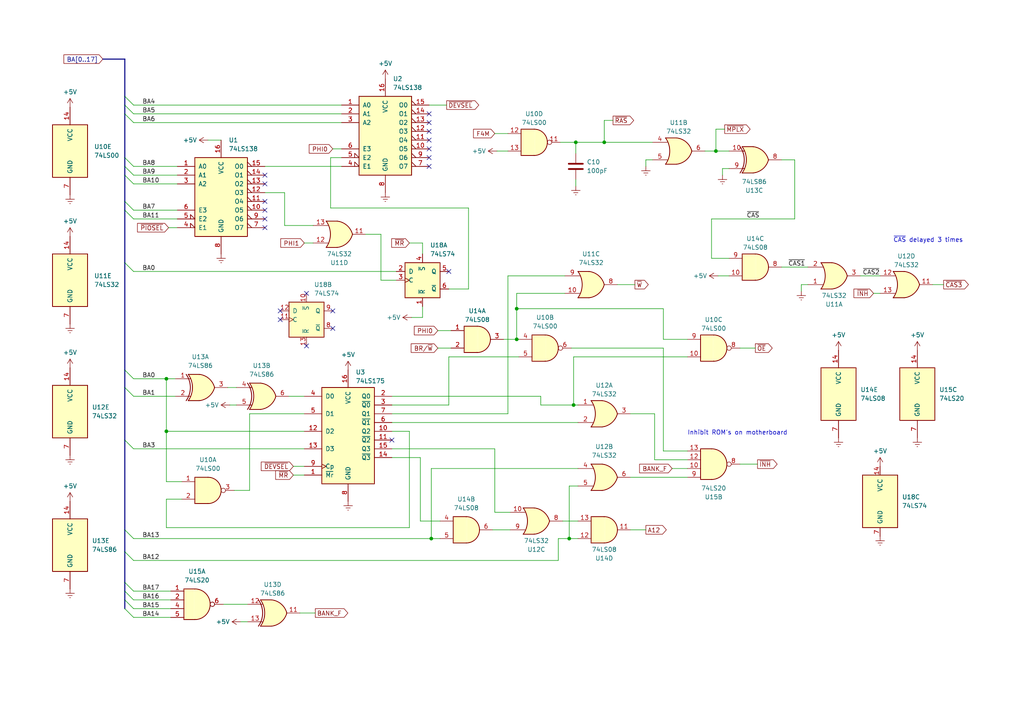
<source format=kicad_sch>
(kicad_sch (version 20230121) (generator eeschema)
  (paper "A4")
  (title_block (title "Dick Smith Cat Emulator Catridge") (comment 1 "Schematic Redrawn by Rhys Weatherley") (comment 3 "Address Decoding Logic"))
  (lib_symbols
    (symbol "74xx:74LS00" (pin_names (offset 1.016))
      (property "Reference" "U" (at 0 1.27 0))
      (property "Value" "74LS00" (at 0 -1.27 0))
      (symbol "74LS00_1_1"
        (pin input line (at -7.62 2.54 0) (length 3.81) (name "~") (number "1"))
        (pin input line (at -7.62 -2.54 0) (length 3.81) (name "~") (number "2"))
        (pin output inverted (at 7.62 0 180) (length 3.81) (name "~") (number "3"))
      )
      (symbol "74LS00_1_2"
        (pin input inverted (at -7.62 2.54 0) (length 4.318) (name "~") (number "1"))
        (pin input inverted (at -7.62 -2.54 0) (length 4.318) (name "~") (number "2"))
        (pin output line (at 7.62 0 180) (length 3.81) (name "~") (number "3"))
      )
      (symbol "74LS00_2_1"
        (pin input line (at -7.62 2.54 0) (length 3.81) (name "~") (number "4"))
        (pin input line (at -7.62 -2.54 0) (length 3.81) (name "~") (number "5"))
        (pin output inverted (at 7.62 0 180) (length 3.81) (name "~") (number "6"))
      )
      (symbol "74LS00_2_2"
        (pin input inverted (at -7.62 2.54 0) (length 4.318) (name "~") (number "4"))
        (pin input inverted (at -7.62 -2.54 0) (length 4.318) (name "~") (number "5"))
        (pin output line (at 7.62 0 180) (length 3.81) (name "~") (number "6"))
      )
      (symbol "74LS00_3_1"
        (pin input line (at -7.62 -2.54 0) (length 3.81) (name "~") (number "10"))
        (pin output inverted (at 7.62 0 180) (length 3.81) (name "~") (number "8"))
        (pin input line (at -7.62 2.54 0) (length 3.81) (name "~") (number "9"))
      )
      (symbol "74LS00_3_2"
        (pin input inverted (at -7.62 -2.54 0) (length 4.318) (name "~") (number "10"))
        (pin output line (at 7.62 0 180) (length 3.81) (name "~") (number "8"))
        (pin input inverted (at -7.62 2.54 0) (length 4.318) (name "~") (number "9"))
      )
      (symbol "74LS00_4_1"
        (pin output inverted (at 7.62 0 180) (length 3.81) (name "~") (number "11"))
        (pin input line (at -7.62 2.54 0) (length 3.81) (name "~") (number "12"))
        (pin input line (at -7.62 -2.54 0) (length 3.81) (name "~") (number "13"))
      )
      (symbol "74LS00_4_2"
        (pin output line (at 7.62 0 180) (length 3.81) (name "~") (number "11"))
        (pin input inverted (at -7.62 2.54 0) (length 4.318) (name "~") (number "12"))
        (pin input inverted (at -7.62 -2.54 0) (length 4.318) (name "~") (number "13"))
      )
      (symbol "74LS00_5_0"
        (pin power_in line (at 0 12.7 270) (length 5.08) (name "VCC") (number "14"))
        (pin power_in line (at 0 -12.7 90) (length 5.08) (name "GND") (number "7"))
      )
    )
    (symbol "74xx:74LS08" (pin_names (offset 1.016))
      (property "Reference" "U" (at 0 1.27 0))
      (property "Value" "74LS08" (at 0 -1.27 0))
      (symbol "74LS08_1_1"
        (pin input line (at -7.62 2.54 0) (length 3.81) (name "~") (number "1"))
        (pin input line (at -7.62 -2.54 0) (length 3.81) (name "~") (number "2"))
        (pin output line (at 7.62 0 180) (length 3.81) (name "~") (number "3"))
      )
      (symbol "74LS08_1_2"
        (pin input inverted (at -7.62 2.54 0) (length 4.318) (name "~") (number "1"))
        (pin input inverted (at -7.62 -2.54 0) (length 4.318) (name "~") (number "2"))
        (pin output inverted (at 7.62 0 180) (length 3.81) (name "~") (number "3"))
      )
      (symbol "74LS08_2_1"
        (pin input line (at -7.62 2.54 0) (length 3.81) (name "~") (number "4"))
        (pin input line (at -7.62 -2.54 0) (length 3.81) (name "~") (number "5"))
        (pin output line (at 7.62 0 180) (length 3.81) (name "~") (number "6"))
      )
      (symbol "74LS08_2_2"
        (pin input inverted (at -7.62 2.54 0) (length 4.318) (name "~") (number "4"))
        (pin input inverted (at -7.62 -2.54 0) (length 4.318) (name "~") (number "5"))
        (pin output inverted (at 7.62 0 180) (length 3.81) (name "~") (number "6"))
      )
      (symbol "74LS08_3_1"
        (pin input line (at -7.62 -2.54 0) (length 3.81) (name "~") (number "10"))
        (pin output line (at 7.62 0 180) (length 3.81) (name "~") (number "8"))
        (pin input line (at -7.62 2.54 0) (length 3.81) (name "~") (number "9"))
      )
      (symbol "74LS08_3_2"
        (pin input inverted (at -7.62 -2.54 0) (length 4.318) (name "~") (number "10"))
        (pin output inverted (at 7.62 0 180) (length 3.81) (name "~") (number "8"))
        (pin input inverted (at -7.62 2.54 0) (length 4.318) (name "~") (number "9"))
      )
      (symbol "74LS08_4_1"
        (pin output line (at 7.62 0 180) (length 3.81) (name "~") (number "11"))
        (pin input line (at -7.62 2.54 0) (length 3.81) (name "~") (number "12"))
        (pin input line (at -7.62 -2.54 0) (length 3.81) (name "~") (number "13"))
      )
      (symbol "74LS08_4_2"
        (pin output inverted (at 7.62 0 180) (length 3.81) (name "~") (number "11"))
        (pin input inverted (at -7.62 2.54 0) (length 4.318) (name "~") (number "12"))
        (pin input inverted (at -7.62 -2.54 0) (length 4.318) (name "~") (number "13"))
      )
      (symbol "74LS08_5_0"
        (pin power_in line (at 0 12.7 270) (length 5.08) (name "VCC") (number "14"))
        (pin power_in line (at 0 -12.7 90) (length 5.08) (name "GND") (number "7"))
      )
    )
    (symbol "74xx:74LS138" (pin_names (offset 1.016))
      (property "Reference" "U" (at -7.62 11.43 0))
      (property "Value" "74LS138" (at -7.62 -13.97 0))
      (symbol "74LS138_1_0"
        (pin input line (at -12.7 7.62 0) (length 5.08) (name "A0") (number "1"))
        (pin output output_low (at 12.7 -5.08 180) (length 5.08) (name "O5") (number "10"))
        (pin output output_low (at 12.7 -2.54 180) (length 5.08) (name "O4") (number "11"))
        (pin output output_low (at 12.7 0 180) (length 5.08) (name "O3") (number "12"))
        (pin output output_low (at 12.7 2.54 180) (length 5.08) (name "O2") (number "13"))
        (pin output output_low (at 12.7 5.08 180) (length 5.08) (name "O1") (number "14"))
        (pin output output_low (at 12.7 7.62 180) (length 5.08) (name "O0") (number "15"))
        (pin power_in line (at 0 15.24 270) (length 5.08) (name "VCC") (number "16"))
        (pin input line (at -12.7 5.08 0) (length 5.08) (name "A1") (number "2"))
        (pin input line (at -12.7 2.54 0) (length 5.08) (name "A2") (number "3"))
        (pin input input_low (at -12.7 -10.16 0) (length 5.08) (name "E1") (number "4"))
        (pin input input_low (at -12.7 -7.62 0) (length 5.08) (name "E2") (number "5"))
        (pin input line (at -12.7 -5.08 0) (length 5.08) (name "E3") (number "6"))
        (pin output output_low (at 12.7 -10.16 180) (length 5.08) (name "O7") (number "7"))
        (pin power_in line (at 0 -17.78 90) (length 5.08) (name "GND") (number "8"))
        (pin output output_low (at 12.7 -7.62 180) (length 5.08) (name "O6") (number "9"))
      )
    )
    (symbol "74xx:74LS175" (pin_names (offset 1.016))
      (property "Reference" "U" (at -7.62 13.97 0))
      (property "Value" "74LS175" (at -7.62 -16.51 0))
      (symbol "74LS175_1_0"
        (pin input line (at -12.7 -12.7 0) (length 5.08) (name "~{Mr}") (number "1"))
        (pin output line (at 12.7 0 180) (length 5.08) (name "Q2") (number "10"))
        (pin output line (at 12.7 -2.54 180) (length 5.08) (name "~{Q2}") (number "11"))
        (pin input line (at -12.7 0 0) (length 5.08) (name "D2") (number "12"))
        (pin input line (at -12.7 -5.08 0) (length 5.08) (name "D3") (number "13"))
        (pin output line (at 12.7 -7.62 180) (length 5.08) (name "~{Q3}") (number "14"))
        (pin output line (at 12.7 -5.08 180) (length 5.08) (name "Q3") (number "15"))
        (pin power_in line (at 0 17.78 270) (length 5.08) (name "VCC") (number "16"))
        (pin output line (at 12.7 10.16 180) (length 5.08) (name "Q0") (number "2"))
        (pin output line (at 12.7 7.62 180) (length 5.08) (name "~{Q0}") (number "3"))
        (pin input line (at -12.7 10.16 0) (length 5.08) (name "D0") (number "4"))
        (pin input line (at -12.7 5.08 0) (length 5.08) (name "D1") (number "5"))
        (pin output line (at 12.7 2.54 180) (length 5.08) (name "~{Q1}") (number "6"))
        (pin output line (at 12.7 5.08 180) (length 5.08) (name "Q1") (number "7"))
        (pin power_in line (at 0 -20.32 90) (length 5.08) (name "GND") (number "8"))
        (pin input clock (at -12.7 -10.16 0) (length 5.08) (name "Cp") (number "9"))
      )
    )
    (symbol "74xx:74LS20" (pin_names (offset 1.016))
      (property "Reference" "U" (at 0 1.27 0))
      (property "Value" "74LS20" (at 0 -1.27 0))
      (symbol "74LS20_1_1"
        (pin input line (at -7.62 3.81 0) (length 3.81) (name "~") (number "1"))
        (pin input line (at -7.62 1.27 0) (length 3.81) (name "~") (number "2"))
        (pin input line (at -7.62 -1.27 0) (length 3.81) (name "~") (number "4"))
        (pin input line (at -7.62 -3.81 0) (length 3.81) (name "~") (number "5"))
        (pin output inverted (at 7.62 0 180) (length 3.81) (name "~") (number "6"))
      )
      (symbol "74LS20_1_2"
        (pin input inverted (at -7.62 3.81 0) (length 3.81) (name "~") (number "1"))
        (pin input inverted (at -7.62 1.27 0) (length 4.826) (name "~") (number "2"))
        (pin input inverted (at -7.62 -1.27 0) (length 4.826) (name "~") (number "4"))
        (pin input inverted (at -7.62 -3.81 0) (length 3.81) (name "~") (number "5"))
        (pin output line (at 7.62 0 180) (length 3.81) (name "~") (number "6"))
      )
      (symbol "74LS20_2_1"
        (pin input line (at -7.62 1.27 0) (length 3.81) (name "~") (number "10"))
        (pin input line (at -7.62 -1.27 0) (length 3.81) (name "~") (number "12"))
        (pin input line (at -7.62 -3.81 0) (length 3.81) (name "~") (number "13"))
        (pin output inverted (at 7.62 0 180) (length 3.81) (name "~") (number "8"))
        (pin input line (at -7.62 3.81 0) (length 3.81) (name "~") (number "9"))
      )
      (symbol "74LS20_2_2"
        (pin input inverted (at -7.62 1.27 0) (length 4.826) (name "~") (number "10"))
        (pin input inverted (at -7.62 -1.27 0) (length 4.826) (name "~") (number "12"))
        (pin input inverted (at -7.62 -3.81 0) (length 3.81) (name "~") (number "13"))
        (pin output line (at 7.62 0 180) (length 3.81) (name "~") (number "8"))
        (pin input inverted (at -7.62 3.81 0) (length 3.81) (name "~") (number "9"))
      )
      (symbol "74LS20_3_0"
        (pin power_in line (at 0 12.7 270) (length 5.08) (name "VCC") (number "14"))
        (pin power_in line (at 0 -12.7 90) (length 5.08) (name "GND") (number "7"))
      )
    )
    (symbol "74xx:74LS32" (pin_names (offset 1.016))
      (property "Reference" "U" (at 0 1.27 0))
      (property "Value" "74LS32" (at 0 -1.27 0))
      (symbol "74LS32_1_1"
        (pin input line (at -7.62 2.54 0) (length 4.318) (name "~") (number "1"))
        (pin input line (at -7.62 -2.54 0) (length 4.318) (name "~") (number "2"))
        (pin output line (at 7.62 0 180) (length 3.81) (name "~") (number "3"))
      )
      (symbol "74LS32_1_2"
        (pin input inverted (at -7.62 2.54 0) (length 3.81) (name "~") (number "1"))
        (pin input inverted (at -7.62 -2.54 0) (length 3.81) (name "~") (number "2"))
        (pin output inverted (at 7.62 0 180) (length 3.81) (name "~") (number "3"))
      )
      (symbol "74LS32_2_1"
        (pin input line (at -7.62 2.54 0) (length 4.318) (name "~") (number "4"))
        (pin input line (at -7.62 -2.54 0) (length 4.318) (name "~") (number "5"))
        (pin output line (at 7.62 0 180) (length 3.81) (name "~") (number "6"))
      )
      (symbol "74LS32_2_2"
        (pin input inverted (at -7.62 2.54 0) (length 3.81) (name "~") (number "4"))
        (pin input inverted (at -7.62 -2.54 0) (length 3.81) (name "~") (number "5"))
        (pin output inverted (at 7.62 0 180) (length 3.81) (name "~") (number "6"))
      )
      (symbol "74LS32_3_1"
        (pin input line (at -7.62 -2.54 0) (length 4.318) (name "~") (number "10"))
        (pin output line (at 7.62 0 180) (length 3.81) (name "~") (number "8"))
        (pin input line (at -7.62 2.54 0) (length 4.318) (name "~") (number "9"))
      )
      (symbol "74LS32_3_2"
        (pin input inverted (at -7.62 -2.54 0) (length 3.81) (name "~") (number "10"))
        (pin output inverted (at 7.62 0 180) (length 3.81) (name "~") (number "8"))
        (pin input inverted (at -7.62 2.54 0) (length 3.81) (name "~") (number "9"))
      )
      (symbol "74LS32_4_1"
        (pin output line (at 7.62 0 180) (length 3.81) (name "~") (number "11"))
        (pin input line (at -7.62 2.54 0) (length 4.318) (name "~") (number "12"))
        (pin input line (at -7.62 -2.54 0) (length 4.318) (name "~") (number "13"))
      )
      (symbol "74LS32_4_2"
        (pin output inverted (at 7.62 0 180) (length 3.81) (name "~") (number "11"))
        (pin input inverted (at -7.62 2.54 0) (length 3.81) (name "~") (number "12"))
        (pin input inverted (at -7.62 -2.54 0) (length 3.81) (name "~") (number "13"))
      )
      (symbol "74LS32_5_0"
        (pin power_in line (at 0 12.7 270) (length 5.08) (name "VCC") (number "14"))
        (pin power_in line (at 0 -12.7 90) (length 5.08) (name "GND") (number "7"))
      )
    )
    (symbol "74xx:74LS74" (pin_names (offset 1.016))
      (property "Reference" "U" (at -7.62 8.89 0))
      (property "Value" "74LS74" (at -7.62 -8.89 0))
      (symbol "74LS74_1_0"
        (pin input line (at 0 -7.62 90) (length 2.54) (name "~{R}") (number "1"))
        (pin input line (at -7.62 2.54 0) (length 2.54) (name "D") (number "2"))
        (pin input clock (at -7.62 0 0) (length 2.54) (name "C") (number "3"))
        (pin input line (at 0 7.62 270) (length 2.54) (name "~{S}") (number "4"))
        (pin output line (at 7.62 2.54 180) (length 2.54) (name "Q") (number "5"))
        (pin output line (at 7.62 -2.54 180) (length 2.54) (name "~{Q}") (number "6"))
      )
      (symbol "74LS74_2_0"
        (pin input line (at 0 7.62 270) (length 2.54) (name "~{S}") (number "10"))
        (pin input clock (at -7.62 0 0) (length 2.54) (name "C") (number "11"))
        (pin input line (at -7.62 2.54 0) (length 2.54) (name "D") (number "12"))
        (pin input line (at 0 -7.62 90) (length 2.54) (name "~{R}") (number "13"))
        (pin output line (at 7.62 -2.54 180) (length 2.54) (name "~{Q}") (number "8"))
        (pin output line (at 7.62 2.54 180) (length 2.54) (name "Q") (number "9"))
      )
      (symbol "74LS74_3_0"
        (pin power_in line (at 0 10.16 270) (length 2.54) (name "VCC") (number "14"))
        (pin power_in line (at 0 -10.16 90) (length 2.54) (name "GND") (number "7"))
      )
    )
    (symbol "74xx:74LS86" (pin_names (offset 1.016))
      (property "Reference" "U" (at 0 1.27 0))
      (property "Value" "74LS86" (at 0 -1.27 0))
      (symbol "74LS86_1_0"
        (pin input line (at -7.62 2.54 0) (length 4.445) (name "~") (number "1"))
        (pin input line (at -7.62 -2.54 0) (length 4.445) (name "~") (number "2"))
        (pin output line (at 7.62 0 180) (length 3.81) (name "~") (number "3"))
      )
      (symbol "74LS86_2_0"
        (pin input line (at -7.62 2.54 0) (length 4.445) (name "~") (number "4"))
        (pin input line (at -7.62 -2.54 0) (length 4.445) (name "~") (number "5"))
        (pin output line (at 7.62 0 180) (length 3.81) (name "~") (number "6"))
      )
      (symbol "74LS86_3_0"
        (pin input line (at -7.62 -2.54 0) (length 4.445) (name "~") (number "10"))
        (pin output line (at 7.62 0 180) (length 3.81) (name "~") (number "8"))
        (pin input line (at -7.62 2.54 0) (length 4.445) (name "~") (number "9"))
      )
      (symbol "74LS86_4_0"
        (pin output line (at 7.62 0 180) (length 3.81) (name "~") (number "11"))
        (pin input line (at -7.62 2.54 0) (length 4.445) (name "~") (number "12"))
        (pin input line (at -7.62 -2.54 0) (length 4.445) (name "~") (number "13"))
      )
      (symbol "74LS86_5_0"
        (pin power_in line (at 0 12.7 270) (length 5.08) (name "VCC") (number "14"))
        (pin power_in line (at 0 -12.7 90) (length 5.08) (name "GND") (number "7"))
      )
    )
    (symbol "Device:C" (pin_numbers hide) (pin_names (offset 0.254))
      (property "Reference" "C" (at 0.635 2.54 0))
      (property "Value" "C" (at 0.635 -2.54 0))
      (symbol "C_1_1"
        (pin passive line (at 0 3.81 270) (length 2.794) (name "~") (number "1"))
        (pin passive line (at 0 -3.81 90) (length 2.794) (name "~") (number "2"))
      )
    )
    (symbol "power:+5V" (power) (pin_names (offset 0))
      (property "Value" "+5V" (at 0 3.556 0))
      (symbol "+5V_1_1"
        (pin power_in line (at 0 0 90) (length 0) hide (name "+5V") (number "1"))
      )
    )
    (symbol "power:Earth" (power) (pin_names (offset 0))
      (symbol "Earth_1_1"
        (pin power_in line (at 0 0 270) (length 0) hide (name "Earth") (number "1"))
      )
    )
  )
  (junction (at 125.095 156.21))
  (junction (at 165.1 156.21))
  (junction (at 48.26 125.095))
  (junction (at 166.37 117.475))
  (junction (at 167.005 41.275))
  (junction (at 175.26 41.275))
  (junction (at 207.645 43.815))
  (junction (at 149.86 89.535))
  (junction (at 48.26 109.855))
  (junction (at 149.86 98.425))
  (no_connect (at 76.835 53.34))
  (no_connect (at 113.665 127.635))
  (no_connect (at 124.46 40.64))
  (no_connect (at 96.52 95.25))
  (no_connect (at 124.46 45.72))
  (no_connect (at 124.46 43.18))
  (no_connect (at 88.9 85.09))
  (no_connect (at 76.835 58.42))
  (no_connect (at 88.9 100.33))
  (no_connect (at 76.835 50.8))
  (no_connect (at 124.46 33.02))
  (no_connect (at 124.46 48.26))
  (no_connect (at 76.835 63.5))
  (no_connect (at 124.46 35.56))
  (no_connect (at 130.175 78.74))
  (no_connect (at 124.46 38.1))
  (no_connect (at 76.835 66.04))
  (no_connect (at 81.28 92.71))
  (no_connect (at 96.52 90.17))
  (no_connect (at 76.835 60.96))
  (no_connect (at 81.28 90.17))
  (bus_entry (at 36.195 60.96) (size 2.54 2.54))
  (bus_entry (at 36.195 27.94) (size 2.54 2.54))
  (bus_entry (at 36.195 168.91) (size 2.54 2.54))
  (bus_entry (at 36.195 50.8) (size 2.54 2.54))
  (bus_entry (at 36.195 45.72) (size 2.54 2.54))
  (bus_entry (at 36.195 76.2) (size 2.54 2.54))
  (bus_entry (at 36.195 30.48) (size 2.54 2.54))
  (bus_entry (at 36.195 112.395) (size 2.54 2.54))
  (bus_entry (at 36.195 173.99) (size 2.54 2.54))
  (bus_entry (at 36.195 171.45) (size 2.54 2.54))
  (bus_entry (at 36.195 48.26) (size 2.54 2.54))
  (bus_entry (at 36.195 127.635) (size 2.54 2.54))
  (bus_entry (at 36.195 33.02) (size 2.54 2.54))
  (bus_entry (at 36.195 107.315) (size 2.54 2.54))
  (bus_entry (at 36.195 160.02) (size 2.54 2.54))
  (bus_entry (at 36.195 58.42) (size 2.54 2.54))
  (bus_entry (at 36.195 153.67) (size 2.54 2.54))
  (bus_entry (at 36.195 176.53) (size 2.54 2.54))
  (wire (pts (xy 106.045 67.945) (xy 110.49 67.945)))
  (wire (pts (xy 113.665 120.015) (xy 147.32 120.015)))
  (wire (pts (xy 85.09 135.255) (xy 88.265 135.255)))
  (wire (pts (xy 199.39 98.425) (xy 192.405 98.425)))
  (wire (pts (xy 143.51 130.175) (xy 143.51 148.59)))
  (wire (pts (xy 166.37 117.475) (xy 167.64 117.475)))
  (wire (pts (xy 167.005 52.07) (xy 167.005 53.975)))
  (bus (pts (xy 36.195 171.45) (xy 36.195 173.99)))
  (wire (pts (xy 192.405 130.81) (xy 199.39 130.81)))
  (wire (pts (xy 226.695 77.47) (xy 234.315 77.47)))
  (wire (pts (xy 209.55 48.895) (xy 211.455 48.895)))
  (bus (pts (xy 36.195 45.72) (xy 36.195 48.26)))
  (wire (pts (xy 163.83 85.09) (xy 149.86 85.09)))
  (wire (pts (xy 124.46 30.48) (xy 129.54 30.48)))
  (bus (pts (xy 36.195 107.315) (xy 36.195 112.395)))
  (wire (pts (xy 149.86 89.535) (xy 192.405 89.535)))
  (wire (pts (xy 146.05 98.425) (xy 149.86 98.425)))
  (bus (pts (xy 36.195 48.26) (xy 36.195 50.8)))
  (wire (pts (xy 113.665 117.475) (xy 130.175 117.475)))
  (wire (pts (xy 214.63 100.965) (xy 219.075 100.965)))
  (wire (pts (xy 52.705 139.7) (xy 48.26 139.7)))
  (wire (pts (xy 161.925 156.21) (xy 165.1 156.21)))
  (bus (pts (xy 36.195 127.635) (xy 36.195 153.67)))
  (wire (pts (xy 255.27 85.09) (xy 253.365 85.09)))
  (wire (pts (xy 38.735 30.48) (xy 99.06 30.48)))
  (wire (pts (xy 38.735 179.07) (xy 49.53 179.07)))
  (wire (pts (xy 38.735 33.02) (xy 99.06 33.02)))
  (wire (pts (xy 167.64 135.89) (xy 125.095 135.89)))
  (wire (pts (xy 48.26 139.7) (xy 48.26 125.095)))
  (wire (pts (xy 175.26 34.925) (xy 175.26 41.275)))
  (wire (pts (xy 194.945 135.89) (xy 199.39 135.89)))
  (wire (pts (xy 125.095 156.21) (xy 127.635 156.21)))
  (wire (pts (xy 118.745 153.035) (xy 48.26 153.035)))
  (wire (pts (xy 113.665 125.095) (xy 118.745 125.095)))
  (wire (pts (xy 38.735 156.21) (xy 125.095 156.21)))
  (wire (pts (xy 38.735 48.26) (xy 51.435 48.26)))
  (wire (pts (xy 38.735 176.53) (xy 49.53 176.53)))
  (wire (pts (xy 230.505 46.355) (xy 230.505 63.5)))
  (wire (pts (xy 48.26 109.855) (xy 48.26 125.095)))
  (wire (pts (xy 119.38 92.075) (xy 122.555 92.075)))
  (wire (pts (xy 69.85 180.34) (xy 71.755 180.34)))
  (wire (pts (xy 38.735 53.34) (xy 51.435 53.34)))
  (wire (pts (xy 38.735 63.5) (xy 51.435 63.5)))
  (wire (pts (xy 64.77 175.26) (xy 71.755 175.26)))
  (wire (pts (xy 214.63 134.62) (xy 219.71 134.62)))
  (wire (pts (xy 143.51 38.735) (xy 147.32 38.735)))
  (wire (pts (xy 177.8 34.925) (xy 175.26 34.925)))
  (wire (pts (xy 175.26 41.275) (xy 189.23 41.275)))
  (wire (pts (xy 210.185 37.465) (xy 207.645 37.465)))
  (wire (pts (xy 83.82 114.935) (xy 88.265 114.935)))
  (wire (pts (xy 182.88 153.67) (xy 187.325 153.67)))
  (bus (pts (xy 36.195 168.91) (xy 36.195 171.45)))
  (wire (pts (xy 127 95.885) (xy 130.81 95.885)))
  (wire (pts (xy 38.735 78.74) (xy 114.935 78.74)))
  (wire (pts (xy 270.51 82.55) (xy 273.685 82.55)))
  (wire (pts (xy 82.55 65.405) (xy 90.805 65.405)))
  (bus (pts (xy 36.195 112.395) (xy 36.195 127.635)))
  (wire (pts (xy 167.64 140.97) (xy 165.1 140.97)))
  (wire (pts (xy 147.32 120.015) (xy 147.32 80.01)))
  (wire (pts (xy 48.895 66.04) (xy 51.435 66.04)))
  (wire (pts (xy 82.55 55.88) (xy 82.55 65.405)))
  (wire (pts (xy 135.89 60.325) (xy 95.885 60.325)))
  (wire (pts (xy 249.555 80.01) (xy 255.27 80.01)))
  (wire (pts (xy 226.695 46.355) (xy 230.505 46.355)))
  (wire (pts (xy 206.375 63.5) (xy 206.375 74.93)))
  (bus (pts (xy 36.195 30.48) (xy 36.195 33.02)))
  (wire (pts (xy 179.07 82.55) (xy 184.15 82.55)))
  (wire (pts (xy 86.995 177.8) (xy 91.44 177.8)))
  (wire (pts (xy 165.735 100.965) (xy 192.405 100.965)))
  (wire (pts (xy 130.175 117.475) (xy 130.175 103.505)))
  (wire (pts (xy 72.39 142.24) (xy 72.39 120.015)))
  (wire (pts (xy 38.735 162.56) (xy 161.925 162.56)))
  (wire (pts (xy 38.735 130.175) (xy 88.265 130.175)))
  (wire (pts (xy 125.095 135.89) (xy 125.095 156.21)))
  (wire (pts (xy 182.88 120.015) (xy 189.865 120.015)))
  (wire (pts (xy 72.39 120.015) (xy 88.265 120.015)))
  (wire (pts (xy 206.375 74.93) (xy 211.455 74.93)))
  (wire (pts (xy 66.675 117.475) (xy 68.58 117.475)))
  (wire (pts (xy 113.665 132.715) (xy 121.92 132.715)))
  (wire (pts (xy 60.325 40.64) (xy 64.135 40.64)))
  (bus (pts (xy 29.845 17.145) (xy 36.195 17.145)))
  (wire (pts (xy 127 100.965) (xy 130.81 100.965)))
  (wire (pts (xy 38.735 50.8) (xy 51.435 50.8)))
  (wire (pts (xy 122.555 92.075) (xy 122.555 88.9)))
  (wire (pts (xy 187.325 48.26) (xy 187.325 46.355)))
  (wire (pts (xy 130.175 83.82) (xy 135.89 83.82)))
  (wire (pts (xy 130.175 103.505) (xy 150.495 103.505)))
  (wire (pts (xy 95.885 60.325) (xy 95.885 45.72)))
  (wire (pts (xy 66.04 112.395) (xy 68.58 112.395)))
  (wire (pts (xy 166.37 103.505) (xy 166.37 117.475)))
  (wire (pts (xy 149.86 98.425) (xy 150.495 98.425)))
  (wire (pts (xy 88.265 70.485) (xy 90.805 70.485)))
  (wire (pts (xy 95.885 45.72) (xy 99.06 45.72)))
  (wire (pts (xy 142.875 153.67) (xy 147.955 153.67)))
  (bus (pts (xy 36.195 17.145) (xy 36.195 27.94)))
  (wire (pts (xy 76.835 55.88) (xy 82.55 55.88)))
  (wire (pts (xy 38.735 173.99) (xy 49.53 173.99)))
  (wire (pts (xy 122.555 70.485) (xy 118.745 70.485)))
  (wire (pts (xy 110.49 67.945) (xy 110.49 81.28)))
  (bus (pts (xy 36.195 33.02) (xy 36.195 45.72)))
  (wire (pts (xy 38.735 114.935) (xy 50.8 114.935)))
  (wire (pts (xy 110.49 81.28) (xy 114.935 81.28)))
  (wire (pts (xy 149.86 89.535) (xy 149.86 98.425)))
  (wire (pts (xy 208.28 80.01) (xy 211.455 80.01)))
  (wire (pts (xy 143.51 148.59) (xy 147.955 148.59)))
  (wire (pts (xy 38.735 60.96) (xy 51.435 60.96)))
  (wire (pts (xy 121.92 132.715) (xy 121.92 151.13)))
  (wire (pts (xy 121.92 151.13) (xy 127.635 151.13)))
  (bus (pts (xy 36.195 160.02) (xy 36.195 168.91)))
  (bus (pts (xy 36.195 173.99) (xy 36.195 176.53)))
  (wire (pts (xy 38.735 171.45) (xy 49.53 171.45)))
  (wire (pts (xy 149.86 85.09) (xy 149.86 89.535)))
  (wire (pts (xy 96.52 43.18) (xy 99.06 43.18)))
  (wire (pts (xy 76.835 48.26) (xy 99.06 48.26)))
  (wire (pts (xy 192.405 98.425) (xy 192.405 89.535)))
  (wire (pts (xy 161.925 162.56) (xy 161.925 156.21)))
  (wire (pts (xy 232.41 84.455) (xy 232.41 82.55)))
  (bus (pts (xy 36.195 153.67) (xy 36.195 160.02)))
  (wire (pts (xy 207.645 37.465) (xy 207.645 43.815)))
  (wire (pts (xy 189.865 120.015) (xy 189.865 133.35)))
  (wire (pts (xy 48.26 144.78) (xy 52.705 144.78)))
  (wire (pts (xy 207.645 43.815) (xy 211.455 43.815)))
  (bus (pts (xy 36.195 60.96) (xy 36.195 76.2)))
  (wire (pts (xy 113.665 114.935) (xy 156.845 114.935)))
  (wire (pts (xy 165.1 140.97) (xy 165.1 156.21)))
  (bus (pts (xy 36.195 58.42) (xy 36.195 60.96)))
  (wire (pts (xy 38.735 35.56) (xy 99.06 35.56)))
  (wire (pts (xy 167.005 41.275) (xy 175.26 41.275)))
  (wire (pts (xy 192.405 100.965) (xy 192.405 130.81)))
  (bus (pts (xy 36.195 27.94) (xy 36.195 30.48)))
  (wire (pts (xy 204.47 43.815) (xy 207.645 43.815)))
  (wire (pts (xy 163.195 151.13) (xy 167.64 151.13)))
  (wire (pts (xy 187.325 46.355) (xy 189.23 46.355)))
  (wire (pts (xy 118.745 125.095) (xy 118.745 153.035)))
  (wire (pts (xy 144.145 43.815) (xy 147.32 43.815)))
  (wire (pts (xy 199.39 103.505) (xy 166.37 103.505)))
  (bus (pts (xy 36.195 50.8) (xy 36.195 58.42)))
  (wire (pts (xy 209.55 50.8) (xy 209.55 48.895)))
  (wire (pts (xy 48.26 125.095) (xy 88.265 125.095)))
  (wire (pts (xy 48.26 153.035) (xy 48.26 144.78)))
  (wire (pts (xy 85.09 137.795) (xy 88.265 137.795)))
  (wire (pts (xy 113.665 130.175) (xy 143.51 130.175)))
  (wire (pts (xy 147.32 80.01) (xy 163.83 80.01)))
  (wire (pts (xy 67.945 142.24) (xy 72.39 142.24)))
  (wire (pts (xy 48.26 109.855) (xy 50.8 109.855)))
  (wire (pts (xy 182.88 138.43) (xy 199.39 138.43)))
  (wire (pts (xy 38.735 109.855) (xy 48.26 109.855)))
  (wire (pts (xy 156.845 114.935) (xy 156.845 117.475)))
  (wire (pts (xy 167.005 41.275) (xy 167.005 44.45)))
  (wire (pts (xy 162.56 41.275) (xy 167.005 41.275)))
  (wire (pts (xy 189.865 133.35) (xy 199.39 133.35)))
  (bus (pts (xy 36.195 76.2) (xy 36.195 107.315)))
  (wire (pts (xy 135.89 83.82) (xy 135.89 60.325)))
  (wire (pts (xy 122.555 73.66) (xy 122.555 70.485)))
  (wire (pts (xy 232.41 82.55) (xy 234.315 82.55)))
  (wire (pts (xy 156.845 117.475) (xy 166.37 117.475)))
  (wire (pts (xy 165.1 156.21) (xy 167.64 156.21)))
  (wire (pts (xy 113.665 122.555) (xy 167.64 122.555)))
  (wire (pts (xy 230.505 63.5) (xy 206.375 63.5)))
  (text "Inhibit ROM's on motherboard" (at 199.39 126.365 0) (effects (font (size 1.27 1.27)) (justify left bottom)))
  (text "~{CAS} delayed 3 times" (at 259.08 70.485 0) (effects (font (size 1.27 1.27)) (justify left bottom)))
  (label "BA17" (at 41.275 171.45 0))
  (label "BA12" (at 41.275 162.56 0))
  (label "BA0" (at 41.275 109.855 0))
  (label "BA15" (at 41.275 176.53 0))
  (label "BA9" (at 41.275 50.8 0))
  (label "BA3" (at 41.275 130.175 0))
  (label "BA13" (at 41.275 156.21 0))
  (label "~{CAS2}" (at 250.19 80.01 0))
  (label "BA8" (at 41.275 48.26 0))
  (label "BA10" (at 41.275 53.34 0))
  (label "BA16" (at 41.275 173.99 0))
  (label "BA6" (at 41.275 35.56 0))
  (label "BA14" (at 41.275 179.07 0))
  (label "~{CAS}" (at 216.535 63.5 0))
  (label "BA4" (at 41.275 30.48 0))
  (label "BA5" (at 41.275 33.02 0))
  (label "BA7" (at 41.275 60.96 0))
  (label "BA11" (at 41.275 63.5 0))
  (label "BA0" (at 41.275 78.74 0))
  (label "BA1" (at 41.275 114.935 0))
  (label "~{CAS1}" (at 228.6 77.47 0))
  (global_label "~{RAS}" (shape output) (at 177.8 34.925 0) (property "Intersheetrefs" "${INTERSHEET_REFS}" (effects hide)))
  (global_label "BA[0..17]" (shape input) (at 29.845 17.145 180) (property "Intersheetrefs" "${INTERSHEET_REFS}" (effects hide)))
  (global_label "~{PIOSEL}" (shape input) (at 48.895 66.04 180) (property "Intersheetrefs" "${INTERSHEET_REFS}" (effects hide)))
  (global_label "~{OE}" (shape output) (at 219.075 100.965 0) (property "Intersheetrefs" "${INTERSHEET_REFS}" (effects hide)))
  (global_label "PHI0" (shape input) (at 127 95.885 180) (property "Intersheetrefs" "${INTERSHEET_REFS}" (effects hide)))
  (global_label "~{MR}" (shape input) (at 118.745 70.485 180) (property "Intersheetrefs" "${INTERSHEET_REFS}" (effects hide)))
  (global_label "~{W}" (shape output) (at 184.15 82.55 0) (property "Intersheetrefs" "${INTERSHEET_REFS}" (effects hide)))
  (global_label "~{MPLX}" (shape output) (at 210.185 37.465 0) (property "Intersheetrefs" "${INTERSHEET_REFS}" (effects hide)))
  (global_label "BR{slash}~{W}" (shape input) (at 127 100.965 180) (property "Intersheetrefs" "${INTERSHEET_REFS}" (effects hide)))
  (global_label "PHI1" (shape input) (at 88.265 70.485 180) (property "Intersheetrefs" "${INTERSHEET_REFS}" (effects hide)))
  (global_label "~{DEVSEL}" (shape output) (at 129.54 30.48 0) (property "Intersheetrefs" "${INTERSHEET_REFS}" (effects hide)))
  (global_label "PHI0" (shape input) (at 96.52 43.18 180) (property "Intersheetrefs" "${INTERSHEET_REFS}" (effects hide)))
  (global_label "BANK_F" (shape output) (at 91.44 177.8 0) (property "Intersheetrefs" "${INTERSHEET_REFS}" (effects hide)))
  (global_label "~{INH}" (shape output) (at 219.71 134.62 0) (property "Intersheetrefs" "${INTERSHEET_REFS}" (effects hide)))
  (global_label "A12" (shape output) (at 187.325 153.67 0) (property "Intersheetrefs" "${INTERSHEET_REFS}" (effects hide)))
  (global_label "~{INH}" (shape input) (at 253.365 85.09 180) (property "Intersheetrefs" "${INTERSHEET_REFS}" (effects hide)))
  (global_label "~{CAS3}" (shape output) (at 273.685 82.55 0) (property "Intersheetrefs" "${INTERSHEET_REFS}" (effects hide)))
  (global_label "BANK_F" (shape input) (at 194.945 135.89 180) (property "Intersheetrefs" "${INTERSHEET_REFS}" (effects hide)))
  (global_label "~{MR}" (shape input) (at 85.09 137.795 180) (property "Intersheetrefs" "${INTERSHEET_REFS}" (effects hide)))
  (global_label "F4M" (shape input) (at 143.51 38.735 180) (property "Intersheetrefs" "${INTERSHEET_REFS}" (effects hide)))
  (global_label "~{DEVSEL}" (shape input) (at 85.09 135.255 180) (property "Intersheetrefs" "${INTERSHEET_REFS}" (effects hide)))
  (symbol (lib_id "74xx:74LS32") (at 171.45 82.55 0) (unit 3)
    (property "Reference" "U11" (at 171.45 73.66 0))
    (property "Value" "74LS32" (at 171.45 76.2 0))
    (property "Footprint" "Package_DIP:DIP-14_W7.62mm" (effects hide))
    (property "Datasheet" "http://www.ti.com/lit/gpn/sn74LS32" (effects hide))
  )
  (symbol (lib_id "74xx:74LS86") (at 58.42 112.395 0) (unit 1)
    (property "Reference" "U13" (at 58.1152 103.505 0))
    (property "Value" "74LS86" (at 58.1152 106.045 0))
    (property "Footprint" "Package_DIP:DIP-14_W7.62mm" (effects hide))
    (property "Datasheet" "74xx/74ls86.pdf" (effects hide))
  )
  (symbol (lib_id "power:+5V") (at 20.32 68.58 0) (unit 1)
    (property "Reference" "#PWR013" (effects hide))
    (property "Value" "+5V" (at 20.32 64.135 0))
  )
  (symbol (lib_id "74xx:74LS08") (at 135.255 153.67 0) (unit 2)
    (property "Reference" "U14" (at 135.2467 144.78 0))
    (property "Value" "74LS08" (at 135.2467 147.32 0))
    (property "Footprint" "Package_DIP:DIP-14_W7.62mm" (effects hide))
    (property "Datasheet" "http://www.ti.com/lit/gpn/sn74LS08" (effects hide))
  )
  (symbol (lib_id "power:Earth") (at 20.32 170.815 0) (unit 1)
    (property "Reference" "#PWR033" (effects hide))
    (property "Value" "Earth" (effects hide))
  )
  (symbol (lib_id "74xx:74LS86") (at 20.32 158.115 0) (unit 5)
    (property "Reference" "U13" (at 26.67 156.845 0) (effects (justify left)))
    (property "Value" "74LS86" (at 26.67 159.385 0) (effects (justify left)))
    (property "Footprint" "Package_DIP:DIP-14_W7.62mm" (effects hide))
    (property "Datasheet" "74xx/74ls86.pdf" (effects hide))
  )
  (symbol (lib_id "74xx:74LS32") (at 155.575 151.13 0) (mirror x) (unit 3)
    (property "Reference" "U12" (at 155.575 159.385 0))
    (property "Value" "74LS32" (at 155.575 156.845 0))
    (property "Footprint" "Package_DIP:DIP-14_W7.62mm" (effects hide))
    (property "Datasheet" "http://www.ti.com/lit/gpn/sn74LS32" (effects hide))
  )
  (symbol (lib_id "74xx:74LS20") (at 266.065 114.3 0) (unit 3)
    (property "Reference" "U15" (at 272.415 113.03 0) (effects (justify left)))
    (property "Value" "74LS20" (at 272.415 115.57 0) (effects (justify left)))
    (property "Footprint" "Package_DIP:DIP-14_W7.62mm" (effects hide))
    (property "Datasheet" "http://www.ti.com/lit/gpn/sn74LS20" (effects hide))
  )
  (symbol (lib_id "power:+5V") (at 243.205 101.6 0) (unit 1)
    (property "Reference" "#PWR028" (effects hide))
    (property "Value" "+5V" (at 243.205 97.155 0))
  )
  (symbol (lib_id "74xx:74LS32") (at 20.32 119.38 0) (unit 5)
    (property "Reference" "U12" (at 26.67 118.11 0) (effects (justify left)))
    (property "Value" "74LS32" (at 26.67 120.65 0) (effects (justify left)))
    (property "Footprint" "Package_DIP:DIP-14_W7.62mm" (effects hide))
    (property "Datasheet" "http://www.ti.com/lit/gpn/sn74LS32" (effects hide))
  )
  (symbol (lib_id "74xx:74LS74") (at 88.9 92.71 0) (unit 2)
    (property "Reference" "U18" (at 91.0941 82.55 0) (effects (justify left)))
    (property "Value" "74LS74" (at 91.0941 85.09 0) (effects (justify left)))
    (property "Footprint" "Package_DIP:DIP-14_W7.62mm" (effects hide))
    (property "Datasheet" "74xx/74hc_hct74.pdf" (effects hide))
  )
  (symbol (lib_id "74xx:74LS138") (at 111.76 38.1 0) (unit 1)
    (property "Reference" "U2" (at 113.9541 22.86 0) (effects (justify left)))
    (property "Value" "74LS138" (at 113.9541 25.4 0) (effects (justify left)))
    (property "Footprint" "Package_DIP:DIP-16_W7.62mm" (effects hide))
    (property "Datasheet" "http://www.ti.com/lit/gpn/sn74LS138" (effects hide))
  )
  (symbol (lib_id "power:Earth") (at 20.32 56.515 0) (unit 1)
    (property "Reference" "#PWR032" (effects hide))
    (property "Value" "Earth" (effects hide))
  )
  (symbol (lib_id "power:Earth") (at 243.205 127 0) (unit 1)
    (property "Reference" "#PWR034" (effects hide))
    (property "Value" "Earth" (effects hide))
  )
  (symbol (lib_id "74xx:74LS00") (at 20.32 43.815 0) (unit 5)
    (property "Reference" "U10" (at 27.305 42.545 0) (effects (justify left)))
    (property "Value" "74LS00" (at 27.305 45.085 0) (effects (justify left)))
    (property "Footprint" "Package_DIP:DIP-14_W7.62mm" (effects hide))
    (property "Datasheet" "http://www.ti.com/lit/gpn/sn74ls00" (effects hide))
  )
  (symbol (lib_id "power:Earth") (at 20.32 93.98 0) (unit 1)
    (property "Reference" "#PWR012" (effects hide))
    (property "Value" "Earth" (effects hide))
  )
  (symbol (lib_id "74xx:74LS32") (at 175.26 120.015 0) (unit 1)
    (property "Reference" "U12" (at 175.26 111.76 0))
    (property "Value" "74LS32" (at 175.26 114.3 0))
    (property "Footprint" "Package_DIP:DIP-14_W7.62mm" (effects hide))
    (property "Datasheet" "http://www.ti.com/lit/gpn/sn74LS32" (effects hide))
  )
  (symbol (lib_id "power:+5V") (at 20.32 145.415 0) (unit 1)
    (property "Reference" "#PWR027" (effects hide))
    (property "Value" "+5V" (at 20.32 140.97 0))
  )
  (symbol (lib_id "74xx:74LS32") (at 175.26 138.43 0) (unit 2)
    (property "Reference" "U12" (at 175.26 129.54 0))
    (property "Value" "74LS32" (at 175.26 132.08 0))
    (property "Footprint" "Package_DIP:DIP-14_W7.62mm" (effects hide))
    (property "Datasheet" "http://www.ti.com/lit/gpn/sn74LS32" (effects hide))
  )
  (symbol (lib_id "74xx:74LS74") (at 122.555 81.28 0) (unit 1)
    (property "Reference" "U18" (at 124.7491 71.12 0) (effects (justify left)))
    (property "Value" "74LS74" (at 124.7491 73.66 0) (effects (justify left)))
    (property "Footprint" "Package_DIP:DIP-14_W7.62mm" (effects hide))
    (property "Datasheet" "74xx/74hc_hct74.pdf" (effects hide))
  )
  (symbol (lib_id "power:Earth") (at 20.32 132.08 0) (unit 1)
    (property "Reference" "#PWR031" (effects hide))
    (property "Value" "Earth" (effects hide))
  )
  (symbol (lib_id "power:+5V") (at 111.76 22.86 0) (unit 1)
    (property "Reference" "#PWR06" (effects hide))
    (property "Value" "+5V" (at 111.76 18.415 0))
  )
  (symbol (lib_id "74xx:74LS32") (at 241.935 80.01 0) (mirror x) (unit 1)
    (property "Reference" "U11" (at 241.935 88.265 0))
    (property "Value" "74LS32" (at 241.935 85.725 0))
    (property "Footprint" "Package_DIP:DIP-14_W7.62mm" (effects hide))
    (property "Datasheet" "http://www.ti.com/lit/gpn/sn74LS32" (effects hide))
  )
  (symbol (lib_id "74xx:74LS08") (at 175.26 153.67 0) (mirror x) (unit 4)
    (property "Reference" "U14" (at 175.2517 161.925 0))
    (property "Value" "74LS08" (at 175.2517 159.385 0))
    (property "Footprint" "Package_DIP:DIP-14_W7.62mm" (effects hide))
    (property "Datasheet" "http://www.ti.com/lit/gpn/sn74LS08" (effects hide))
  )
  (symbol (lib_id "power:+5V") (at 60.325 40.64 90) (unit 1)
    (property "Reference" "#PWR04" (effects hide))
    (property "Value" "+5V" (at 57.15 40.64 90) (effects (justify left)))
  )
  (symbol (lib_id "74xx:74LS86") (at 79.375 177.8 0) (unit 4)
    (property "Reference" "U13" (at 79.0702 169.545 0))
    (property "Value" "74LS86" (at 79.0702 172.085 0))
    (property "Footprint" "Package_DIP:DIP-14_W7.62mm" (effects hide))
    (property "Datasheet" "74xx/74ls86.pdf" (effects hide))
  )
  (symbol (lib_id "power:Earth") (at 232.41 84.455 0) (unit 1)
    (property "Reference" "#PWR025" (effects hide))
    (property "Value" "Earth" (effects hide))
  )
  (symbol (lib_id "74xx:74LS00") (at 207.01 100.965 0) (unit 3)
    (property "Reference" "U10" (at 207.0017 92.71 0))
    (property "Value" "74LS00" (at 207.0017 95.25 0))
    (property "Footprint" "Package_DIP:DIP-14_W7.62mm" (effects hide))
    (property "Datasheet" "http://www.ti.com/lit/gpn/sn74ls00" (effects hide))
  )
  (symbol (lib_id "74xx:74LS00") (at 60.325 142.24 0) (unit 1)
    (property "Reference" "U10" (at 60.3167 133.35 0))
    (property "Value" "74LS00" (at 60.3167 135.89 0))
    (property "Footprint" "Package_DIP:DIP-14_W7.62mm" (effects hide))
    (property "Datasheet" "http://www.ti.com/lit/gpn/sn74ls00" (effects hide))
  )
  (symbol (lib_id "power:+5V") (at 208.28 80.01 90) (unit 1)
    (property "Reference" "#PWR024" (effects hide))
    (property "Value" "+5V" (at 205.105 80.01 90) (effects (justify left)))
  )
  (symbol (lib_id "74xx:74LS00") (at 154.94 41.275 0) (unit 4)
    (property "Reference" "U10" (at 154.9317 33.02 0))
    (property "Value" "74LS00" (at 154.9317 35.56 0))
    (property "Footprint" "Package_DIP:DIP-14_W7.62mm" (effects hide))
    (property "Datasheet" "http://www.ti.com/lit/gpn/sn74ls00" (effects hide))
  )
  (symbol (lib_id "power:Earth") (at 167.005 53.975 0) (unit 1)
    (property "Reference" "#PWR021" (effects hide))
    (property "Value" "Earth" (effects hide))
  )
  (symbol (lib_id "power:+5V") (at 69.85 180.34 90) (unit 1)
    (property "Reference" "#PWR019" (effects hide))
    (property "Value" "+5V" (at 66.675 180.34 90) (effects (justify left)))
  )
  (symbol (lib_id "74xx:74LS08") (at 219.075 77.47 0) (unit 3)
    (property "Reference" "U14" (at 219.0667 69.215 0))
    (property "Value" "74LS08" (at 219.0667 71.755 0))
    (property "Footprint" "Package_DIP:DIP-14_W7.62mm" (effects hide))
    (property "Datasheet" "http://www.ti.com/lit/gpn/sn74LS08" (effects hide))
  )
  (symbol (lib_id "74xx:74LS86") (at 219.075 46.355 0) (mirror x) (unit 3)
    (property "Reference" "U13" (at 218.7702 55.245 0))
    (property "Value" "74LS86" (at 218.7702 52.705 0))
    (property "Footprint" "Package_DIP:DIP-14_W7.62mm" (effects hide))
    (property "Datasheet" "74xx/74ls86.pdf" (effects hide))
  )
  (symbol (lib_id "power:Earth") (at 255.27 155.575 0) (unit 1)
    (property "Reference" "#PWR011" (effects hide))
    (property "Value" "Earth" (effects hide))
  )
  (symbol (lib_id "74xx:74LS32") (at 196.85 43.815 0) (unit 2)
    (property "Reference" "U11" (at 196.85 35.56 0))
    (property "Value" "74LS32" (at 196.85 38.1 0))
    (property "Footprint" "Package_DIP:DIP-14_W7.62mm" (effects hide))
    (property "Datasheet" "http://www.ti.com/lit/gpn/sn74LS32" (effects hide))
  )
  (symbol (lib_id "74xx:74LS86") (at 76.2 114.935 0) (unit 2)
    (property "Reference" "U13" (at 75.8952 106.045 0))
    (property "Value" "74LS86" (at 75.8952 108.585 0))
    (property "Footprint" "Package_DIP:DIP-14_W7.62mm" (effects hide))
    (property "Datasheet" "74xx/74ls86.pdf" (effects hide))
  )
  (symbol (lib_id "74xx:74LS08") (at 243.205 114.3 0) (unit 5)
    (property "Reference" "U14" (at 249.555 113.03 0) (effects (justify left)))
    (property "Value" "74LS08" (at 249.555 115.57 0) (effects (justify left)))
    (property "Footprint" "Package_DIP:DIP-14_W7.62mm" (effects hide))
    (property "Datasheet" "http://www.ti.com/lit/gpn/sn74LS08" (effects hide))
  )
  (symbol (lib_id "74xx:74LS08") (at 138.43 98.425 0) (unit 1)
    (property "Reference" "U14" (at 138.4217 90.17 0))
    (property "Value" "74LS08" (at 138.4217 92.71 0))
    (property "Footprint" "Package_DIP:DIP-14_W7.62mm" (effects hide))
    (property "Datasheet" "http://www.ti.com/lit/gpn/sn74LS08" (effects hide))
  )
  (symbol (lib_id "power:+5V") (at 119.38 92.075 90) (unit 1)
    (property "Reference" "#PWR09" (effects hide))
    (property "Value" "+5V" (at 116.205 92.075 90) (effects (justify left)))
  )
  (symbol (lib_id "Device:C") (at 167.005 48.26 0) (unit 1)
    (property "Reference" "C10" (at 170.18 46.99 0) (effects (justify left)))
    (property "Value" "100pF" (at 170.18 49.53 0) (effects (justify left)))
    (property "Footprint" "Capacitor_THT:C_Disc_D5.0mm_W2.5mm_P5.00mm" (effects hide))
  )
  (symbol (lib_id "74xx:74LS74") (at 255.27 145.415 0) (unit 3)
    (property "Reference" "U18" (at 261.62 144.145 0) (effects (justify left)))
    (property "Value" "74LS74" (at 261.62 146.685 0) (effects (justify left)))
    (property "Footprint" "Package_DIP:DIP-14_W7.62mm" (effects hide))
    (property "Datasheet" "74xx/74hc_hct74.pdf" (effects hide))
  )
  (symbol (lib_id "74xx:74LS32") (at 262.89 82.55 0) (unit 4)
    (property "Reference" "U12" (at 262.89 74.295 0))
    (property "Value" "74LS32" (at 262.89 76.835 0))
    (property "Footprint" "Package_DIP:DIP-14_W7.62mm" (effects hide))
    (property "Datasheet" "http://www.ti.com/lit/gpn/sn74LS32" (effects hide))
  )
  (symbol (lib_id "74xx:74LS20") (at 207.01 134.62 0) (mirror x) (unit 2)
    (property "Reference" "U15" (at 207.0003 144.145 0))
    (property "Value" "74LS20" (at 207.0003 141.605 0))
    (property "Footprint" "Package_DIP:DIP-14_W7.62mm" (effects hide))
    (property "Datasheet" "http://www.ti.com/lit/gpn/sn74LS20" (effects hide))
  )
  (symbol (lib_id "74xx:74LS20") (at 57.15 175.26 0) (unit 1)
    (property "Reference" "U15" (at 57.1403 165.735 0))
    (property "Value" "74LS20" (at 57.1403 168.275 0))
    (property "Footprint" "Package_DIP:DIP-14_W7.62mm" (effects hide))
    (property "Datasheet" "http://www.ti.com/lit/gpn/sn74LS20" (effects hide))
  )
  (symbol (lib_id "power:+5V") (at 255.27 135.255 0) (unit 1)
    (property "Reference" "#PWR010" (effects hide))
    (property "Value" "+5V" (at 255.27 130.81 0))
  )
  (symbol (lib_id "power:+5V") (at 66.675 117.475 90) (unit 1)
    (property "Reference" "#PWR018" (effects hide))
    (property "Value" "+5V" (at 63.5 117.475 90) (effects (justify left)))
  )
  (symbol (lib_id "74xx:74LS32") (at 20.32 81.28 0) (unit 5)
    (property "Reference" "U11" (at 27.305 80.01 0) (effects (justify left)))
    (property "Value" "74LS32" (at 27.305 82.55 0) (effects (justify left)))
    (property "Footprint" "Package_DIP:DIP-14_W7.62mm" (effects hide))
    (property "Datasheet" "http://www.ti.com/lit/gpn/sn74LS32" (effects hide))
  )
  (symbol (lib_id "74xx:74LS00") (at 158.115 100.965 0) (unit 2)
    (property "Reference" "U10" (at 158.1067 92.075 0))
    (property "Value" "74LS00" (at 158.1067 94.615 0))
    (property "Footprint" "Package_DIP:DIP-14_W7.62mm" (effects hide))
    (property "Datasheet" "http://www.ti.com/lit/gpn/sn74ls00" (effects hide))
  )
  (symbol (lib_id "74xx:74LS175") (at 100.965 125.095 0) (unit 1)
    (property "Reference" "U3" (at 103.1591 107.95 0) (effects (justify left)))
    (property "Value" "74LS175" (at 103.1591 110.49 0) (effects (justify left)))
    (property "Footprint" "Package_DIP:DIP-16_W7.62mm" (effects hide))
    (property "Datasheet" "http://www.ti.com/lit/gpn/sn74LS175" (effects hide))
  )
  (symbol (lib_id "power:+5V") (at 20.32 106.68 0) (unit 1)
    (property "Reference" "#PWR030" (effects hide))
    (property "Value" "+5V" (at 20.32 102.235 0))
  )
  (symbol (lib_id "power:Earth") (at 187.325 48.26 0) (unit 1)
    (property "Reference" "#PWR022" (effects hide))
    (property "Value" "Earth" (effects hide))
  )
  (symbol (lib_id "power:+5V") (at 20.32 31.115 0) (unit 1)
    (property "Reference" "#PWR026" (effects hide))
    (property "Value" "+5V" (at 20.32 26.67 0))
  )
  (symbol (lib_id "power:Earth") (at 111.76 55.88 0) (unit 1)
    (property "Reference" "#PWR08" (effects hide))
    (property "Value" "Earth" (effects hide))
  )
  (symbol (lib_id "power:Earth") (at 100.965 145.415 0) (unit 1)
    (property "Reference" "#PWR015" (effects hide))
    (property "Value" "Earth" (effects hide))
  )
  (symbol (lib_id "power:Earth") (at 64.135 73.66 0) (unit 1)
    (property "Reference" "#PWR07" (effects hide))
    (property "Value" "Earth" (effects hide))
  )
  (symbol (lib_id "74xx:74LS32") (at 98.425 67.945 0) (mirror x) (unit 4)
    (property "Reference" "U11" (at 98.425 76.2 0))
    (property "Value" "74LS32" (at 98.425 73.66 0))
    (property "Footprint" "Package_DIP:DIP-14_W7.62mm" (effects hide))
    (property "Datasheet" "http://www.ti.com/lit/gpn/sn74LS32" (effects hide))
  )
  (symbol (lib_id "power:Earth") (at 266.065 127 0) (unit 1)
    (property "Reference" "#PWR035" (effects hide))
    (property "Value" "Earth" (effects hide))
  )
  (symbol (lib_id "power:+5V") (at 100.965 107.315 0) (unit 1)
    (property "Reference" "#PWR014" (effects hide))
    (property "Value" "+5V" (at 100.965 102.87 0))
  )
  (symbol (lib_id "power:+5V") (at 266.065 101.6 0) (unit 1)
    (property "Reference" "#PWR029" (effects hide))
    (property "Value" "+5V" (at 266.065 97.155 0))
  )
  (symbol (lib_id "power:+5V") (at 144.145 43.815 90) (unit 1)
    (property "Reference" "#PWR020" (effects hide))
    (property "Value" "+5V" (at 140.97 43.815 90) (effects (justify left)))
  )
  (symbol (lib_id "74xx:74LS138") (at 64.135 55.88 0) (unit 1)
    (property "Reference" "U1" (at 66.3291 40.64 0) (effects (justify left)))
    (property "Value" "74LS138" (at 66.3291 43.18 0) (effects (justify left)))
    (property "Footprint" "Package_DIP:DIP-16_W7.62mm" (effects hide))
    (property "Datasheet" "http://www.ti.com/lit/gpn/sn74LS138" (effects hide))
  )
  (symbol (lib_id "power:Earth") (at 209.55 50.8 0) (unit 1)
    (property "Reference" "#PWR023" (effects hide))
    (property "Value" "Earth" (effects hide))
  )
)
</source>
